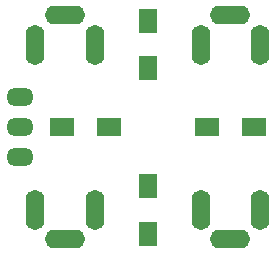
<source format=gbr>
G04 #@! TF.GenerationSoftware,KiCad,Pcbnew,6.0.2+dfsg-1*
G04 #@! TF.CreationDate,2022-10-11T22:51:00+02:00*
G04 #@! TF.ProjectId,buffered_multiple,62756666-6572-4656-945f-6d756c746970,rev?*
G04 #@! TF.SameCoordinates,Original*
G04 #@! TF.FileFunction,Soldermask,Top*
G04 #@! TF.FilePolarity,Negative*
%FSLAX46Y46*%
G04 Gerber Fmt 4.6, Leading zero omitted, Abs format (unit mm)*
G04 Created by KiCad (PCBNEW 6.0.2+dfsg-1) date 2022-10-11 22:51:00*
%MOMM*%
%LPD*%
G01*
G04 APERTURE LIST*
%ADD10O,2.300000X1.524000*%
%ADD11R,1.600000X2.000000*%
%ADD12R,2.000000X1.600000*%
%ADD13O,1.600000X3.400000*%
%ADD14O,3.400000X1.600000*%
G04 APERTURE END LIST*
D10*
X191705000Y-115040000D03*
X191705000Y-112500000D03*
X191705000Y-109960000D03*
D11*
X202500000Y-103500000D03*
X202500000Y-107500000D03*
D12*
X211500000Y-112500000D03*
X207500000Y-112500000D03*
D13*
X198000000Y-105500000D03*
D14*
X195500000Y-103000000D03*
D13*
X193000000Y-105500000D03*
X212000000Y-105500000D03*
D14*
X209500000Y-103000000D03*
D13*
X207000000Y-105500000D03*
X207000000Y-119500000D03*
D14*
X209500000Y-122000000D03*
D13*
X212000000Y-119500000D03*
X193000000Y-119500000D03*
D14*
X195500000Y-122000000D03*
D13*
X198000000Y-119500000D03*
D11*
X202500000Y-117500000D03*
X202500000Y-121500000D03*
D12*
X195250000Y-112500000D03*
X199250000Y-112500000D03*
M02*

</source>
